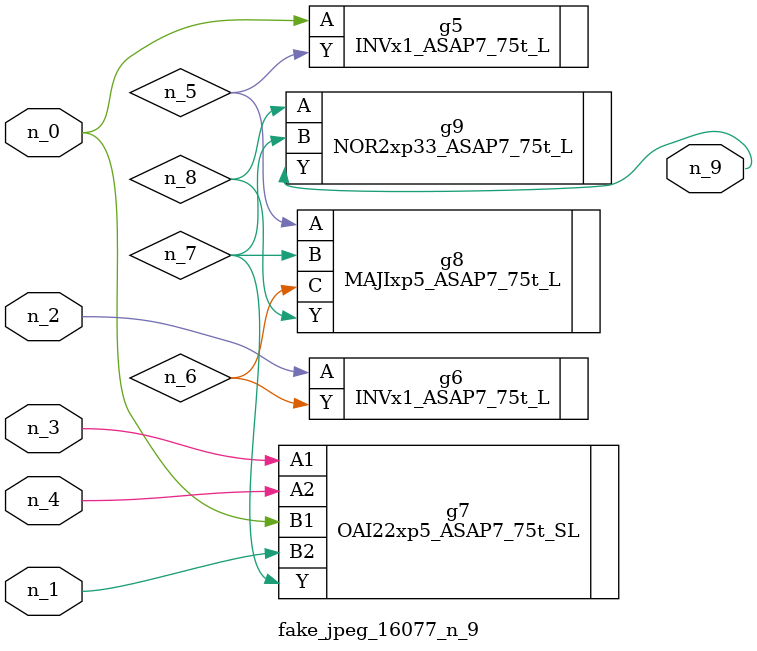
<source format=v>
module fake_jpeg_16077_n_9 (n_3, n_2, n_1, n_0, n_4, n_9);

input n_3;
input n_2;
input n_1;
input n_0;
input n_4;

output n_9;

wire n_8;
wire n_6;
wire n_5;
wire n_7;

INVx1_ASAP7_75t_L g5 ( 
.A(n_0),
.Y(n_5)
);

INVx1_ASAP7_75t_L g6 ( 
.A(n_2),
.Y(n_6)
);

OAI22xp5_ASAP7_75t_SL g7 ( 
.A1(n_3),
.A2(n_4),
.B1(n_0),
.B2(n_1),
.Y(n_7)
);

MAJIxp5_ASAP7_75t_L g8 ( 
.A(n_5),
.B(n_7),
.C(n_6),
.Y(n_8)
);

NOR2xp33_ASAP7_75t_L g9 ( 
.A(n_8),
.B(n_7),
.Y(n_9)
);


endmodule
</source>
